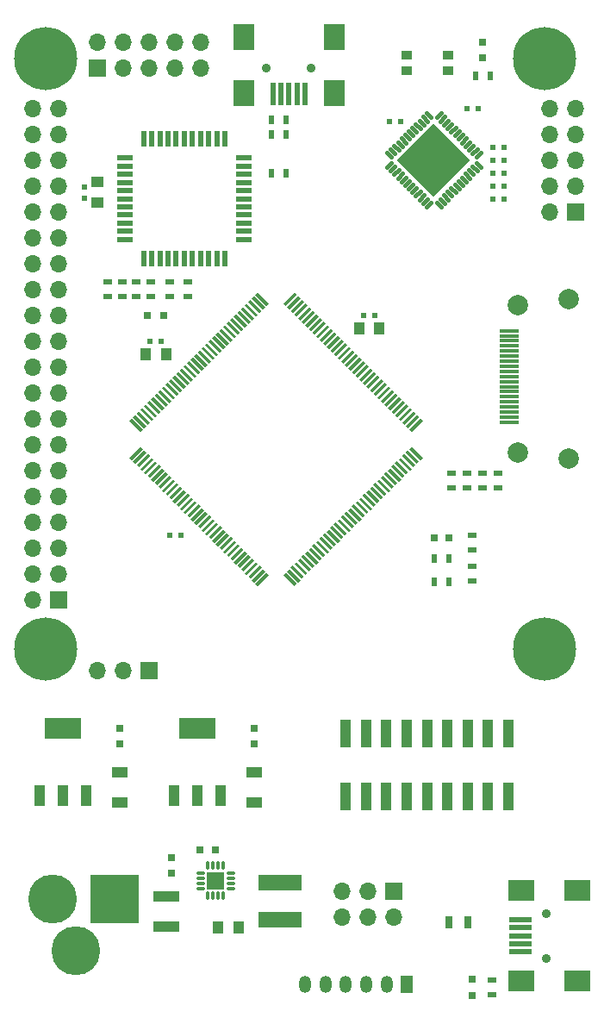
<source format=gts>
G04 #@! TF.FileFunction,Soldermask,Top*
%FSLAX46Y46*%
G04 Gerber Fmt 4.6, Leading zero omitted, Abs format (unit mm)*
G04 Created by KiCad (PCBNEW 4.0.0-rc1-stable) date 29/09/2017 04:45:12 p.m.*
%MOMM*%
G01*
G04 APERTURE LIST*
%ADD10C,0.100000*%
%ADD11R,1.700000X1.700000*%
%ADD12O,1.700000X1.700000*%
%ADD13C,6.200000*%
%ADD14C,0.422240*%
%ADD15R,0.600000X0.500000*%
%ADD16C,4.800600*%
%ADD17R,4.800600X4.800600*%
%ADD18R,1.200000X1.700000*%
%ADD19O,1.200000X1.700000*%
%ADD20R,2.301240X0.500380*%
%ADD21R,2.499360X1.998980*%
%ADD22C,0.899160*%
%ADD23R,3.657600X2.032000*%
%ADD24R,1.016000X2.032000*%
%ADD25R,2.500000X1.000000*%
%ADD26R,0.750000X0.800000*%
%ADD27R,4.200000X1.500000*%
%ADD28R,0.500000X0.900000*%
%ADD29R,0.900000X0.500000*%
%ADD30O,0.848360X0.279400*%
%ADD31O,0.850900X0.279400*%
%ADD32O,0.279400X0.850900*%
%ADD33R,1.701800X1.701800*%
%ADD34R,0.800000X0.750000*%
%ADD35R,0.800000X0.800000*%
%ADD36C,2.000000*%
%ADD37R,1.900000X0.300000*%
%ADD38R,1.000000X1.250000*%
%ADD39R,0.700000X1.300000*%
%ADD40R,1.600000X1.000000*%
%ADD41R,1.000000X2.750000*%
%ADD42R,1.000000X0.900000*%
%ADD43R,1.250000X1.000000*%
%ADD44R,0.500000X0.600000*%
%ADD45R,0.500380X2.301240*%
%ADD46R,1.998980X2.499360*%
%ADD47R,1.600000X0.560000*%
%ADD48R,0.560000X1.600000*%
G04 APERTURE END LIST*
D10*
D11*
X116929060Y-64095580D03*
D12*
X116929060Y-61555580D03*
X119469060Y-64095580D03*
X119469060Y-61555580D03*
X122009060Y-64095580D03*
X122009060Y-61555580D03*
X124549060Y-64095580D03*
X124549060Y-61555580D03*
X127089060Y-64095580D03*
X127089060Y-61555580D03*
D13*
X160838440Y-63189700D03*
D10*
G36*
X132422128Y-86349411D02*
X132634260Y-86137279D01*
X133730276Y-87233295D01*
X133518144Y-87445427D01*
X132422128Y-86349411D01*
X132422128Y-86349411D01*
G37*
G36*
X132068574Y-86702964D02*
X132280706Y-86490832D01*
X133376722Y-87586848D01*
X133164590Y-87798980D01*
X132068574Y-86702964D01*
X132068574Y-86702964D01*
G37*
G36*
X131715021Y-87056518D02*
X131927153Y-86844386D01*
X133023169Y-87940402D01*
X132811037Y-88152534D01*
X131715021Y-87056518D01*
X131715021Y-87056518D01*
G37*
G36*
X131361468Y-87410071D02*
X131573600Y-87197939D01*
X132669616Y-88293955D01*
X132457484Y-88506087D01*
X131361468Y-87410071D01*
X131361468Y-87410071D01*
G37*
G36*
X131007914Y-87763625D02*
X131220046Y-87551493D01*
X132316062Y-88647509D01*
X132103930Y-88859641D01*
X131007914Y-87763625D01*
X131007914Y-87763625D01*
G37*
G36*
X130654361Y-88117178D02*
X130866493Y-87905046D01*
X131962509Y-89001062D01*
X131750377Y-89213194D01*
X130654361Y-88117178D01*
X130654361Y-88117178D01*
G37*
G36*
X130300807Y-88470731D02*
X130512939Y-88258599D01*
X131608955Y-89354615D01*
X131396823Y-89566747D01*
X130300807Y-88470731D01*
X130300807Y-88470731D01*
G37*
G36*
X129947254Y-88824285D02*
X130159386Y-88612153D01*
X131255402Y-89708169D01*
X131043270Y-89920301D01*
X129947254Y-88824285D01*
X129947254Y-88824285D01*
G37*
G36*
X129593701Y-89177838D02*
X129805833Y-88965706D01*
X130901849Y-90061722D01*
X130689717Y-90273854D01*
X129593701Y-89177838D01*
X129593701Y-89177838D01*
G37*
G36*
X129240147Y-89531392D02*
X129452279Y-89319260D01*
X130548295Y-90415276D01*
X130336163Y-90627408D01*
X129240147Y-89531392D01*
X129240147Y-89531392D01*
G37*
G36*
X128886594Y-89884945D02*
X129098726Y-89672813D01*
X130194742Y-90768829D01*
X129982610Y-90980961D01*
X128886594Y-89884945D01*
X128886594Y-89884945D01*
G37*
G36*
X128533040Y-90238498D02*
X128745172Y-90026366D01*
X129841188Y-91122382D01*
X129629056Y-91334514D01*
X128533040Y-90238498D01*
X128533040Y-90238498D01*
G37*
G36*
X128179487Y-90592052D02*
X128391619Y-90379920D01*
X129487635Y-91475936D01*
X129275503Y-91688068D01*
X128179487Y-90592052D01*
X128179487Y-90592052D01*
G37*
G36*
X127825934Y-90945605D02*
X128038066Y-90733473D01*
X129134082Y-91829489D01*
X128921950Y-92041621D01*
X127825934Y-90945605D01*
X127825934Y-90945605D01*
G37*
G36*
X127472380Y-91299159D02*
X127684512Y-91087027D01*
X128780528Y-92183043D01*
X128568396Y-92395175D01*
X127472380Y-91299159D01*
X127472380Y-91299159D01*
G37*
G36*
X127118827Y-91652712D02*
X127330959Y-91440580D01*
X128426975Y-92536596D01*
X128214843Y-92748728D01*
X127118827Y-91652712D01*
X127118827Y-91652712D01*
G37*
G36*
X126765274Y-92006265D02*
X126977406Y-91794133D01*
X128073422Y-92890149D01*
X127861290Y-93102281D01*
X126765274Y-92006265D01*
X126765274Y-92006265D01*
G37*
G36*
X126411720Y-92359819D02*
X126623852Y-92147687D01*
X127719868Y-93243703D01*
X127507736Y-93455835D01*
X126411720Y-92359819D01*
X126411720Y-92359819D01*
G37*
G36*
X126058167Y-92713372D02*
X126270299Y-92501240D01*
X127366315Y-93597256D01*
X127154183Y-93809388D01*
X126058167Y-92713372D01*
X126058167Y-92713372D01*
G37*
G36*
X125704613Y-93066926D02*
X125916745Y-92854794D01*
X127012761Y-93950810D01*
X126800629Y-94162942D01*
X125704613Y-93066926D01*
X125704613Y-93066926D01*
G37*
G36*
X125351060Y-93420479D02*
X125563192Y-93208347D01*
X126659208Y-94304363D01*
X126447076Y-94516495D01*
X125351060Y-93420479D01*
X125351060Y-93420479D01*
G37*
G36*
X124997507Y-93774032D02*
X125209639Y-93561900D01*
X126305655Y-94657916D01*
X126093523Y-94870048D01*
X124997507Y-93774032D01*
X124997507Y-93774032D01*
G37*
G36*
X124643953Y-94127586D02*
X124856085Y-93915454D01*
X125952101Y-95011470D01*
X125739969Y-95223602D01*
X124643953Y-94127586D01*
X124643953Y-94127586D01*
G37*
G36*
X124290400Y-94481139D02*
X124502532Y-94269007D01*
X125598548Y-95365023D01*
X125386416Y-95577155D01*
X124290400Y-94481139D01*
X124290400Y-94481139D01*
G37*
G36*
X123936846Y-94834692D02*
X124148978Y-94622560D01*
X125244994Y-95718576D01*
X125032862Y-95930708D01*
X123936846Y-94834692D01*
X123936846Y-94834692D01*
G37*
G36*
X123583293Y-95188246D02*
X123795425Y-94976114D01*
X124891441Y-96072130D01*
X124679309Y-96284262D01*
X123583293Y-95188246D01*
X123583293Y-95188246D01*
G37*
G36*
X123229740Y-95541799D02*
X123441872Y-95329667D01*
X124537888Y-96425683D01*
X124325756Y-96637815D01*
X123229740Y-95541799D01*
X123229740Y-95541799D01*
G37*
G36*
X122876186Y-95895353D02*
X123088318Y-95683221D01*
X124184334Y-96779237D01*
X123972202Y-96991369D01*
X122876186Y-95895353D01*
X122876186Y-95895353D01*
G37*
G36*
X122522633Y-96248906D02*
X122734765Y-96036774D01*
X123830781Y-97132790D01*
X123618649Y-97344922D01*
X122522633Y-96248906D01*
X122522633Y-96248906D01*
G37*
G36*
X122169079Y-96602459D02*
X122381211Y-96390327D01*
X123477227Y-97486343D01*
X123265095Y-97698475D01*
X122169079Y-96602459D01*
X122169079Y-96602459D01*
G37*
G36*
X121815526Y-96956013D02*
X122027658Y-96743881D01*
X123123674Y-97839897D01*
X122911542Y-98052029D01*
X121815526Y-96956013D01*
X121815526Y-96956013D01*
G37*
G36*
X121461973Y-97309566D02*
X121674105Y-97097434D01*
X122770121Y-98193450D01*
X122557989Y-98405582D01*
X121461973Y-97309566D01*
X121461973Y-97309566D01*
G37*
G36*
X121108419Y-97663120D02*
X121320551Y-97450988D01*
X122416567Y-98547004D01*
X122204435Y-98759136D01*
X121108419Y-97663120D01*
X121108419Y-97663120D01*
G37*
G36*
X120754866Y-98016673D02*
X120966998Y-97804541D01*
X122063014Y-98900557D01*
X121850882Y-99112689D01*
X120754866Y-98016673D01*
X120754866Y-98016673D01*
G37*
G36*
X120401312Y-98370226D02*
X120613444Y-98158094D01*
X121709460Y-99254110D01*
X121497328Y-99466242D01*
X120401312Y-98370226D01*
X120401312Y-98370226D01*
G37*
G36*
X120047759Y-98723780D02*
X120259891Y-98511648D01*
X121355907Y-99607664D01*
X121143775Y-99819796D01*
X120047759Y-98723780D01*
X120047759Y-98723780D01*
G37*
G36*
X120259891Y-102577512D02*
X120047759Y-102365380D01*
X121143775Y-101269364D01*
X121355907Y-101481496D01*
X120259891Y-102577512D01*
X120259891Y-102577512D01*
G37*
G36*
X120613444Y-102931066D02*
X120401312Y-102718934D01*
X121497328Y-101622918D01*
X121709460Y-101835050D01*
X120613444Y-102931066D01*
X120613444Y-102931066D01*
G37*
G36*
X120966998Y-103284619D02*
X120754866Y-103072487D01*
X121850882Y-101976471D01*
X122063014Y-102188603D01*
X120966998Y-103284619D01*
X120966998Y-103284619D01*
G37*
G36*
X121320551Y-103638172D02*
X121108419Y-103426040D01*
X122204435Y-102330024D01*
X122416567Y-102542156D01*
X121320551Y-103638172D01*
X121320551Y-103638172D01*
G37*
G36*
X121674105Y-103991726D02*
X121461973Y-103779594D01*
X122557989Y-102683578D01*
X122770121Y-102895710D01*
X121674105Y-103991726D01*
X121674105Y-103991726D01*
G37*
G36*
X122027658Y-104345279D02*
X121815526Y-104133147D01*
X122911542Y-103037131D01*
X123123674Y-103249263D01*
X122027658Y-104345279D01*
X122027658Y-104345279D01*
G37*
G36*
X122381211Y-104698833D02*
X122169079Y-104486701D01*
X123265095Y-103390685D01*
X123477227Y-103602817D01*
X122381211Y-104698833D01*
X122381211Y-104698833D01*
G37*
G36*
X122734765Y-105052386D02*
X122522633Y-104840254D01*
X123618649Y-103744238D01*
X123830781Y-103956370D01*
X122734765Y-105052386D01*
X122734765Y-105052386D01*
G37*
G36*
X123088318Y-105405939D02*
X122876186Y-105193807D01*
X123972202Y-104097791D01*
X124184334Y-104309923D01*
X123088318Y-105405939D01*
X123088318Y-105405939D01*
G37*
G36*
X123441872Y-105759493D02*
X123229740Y-105547361D01*
X124325756Y-104451345D01*
X124537888Y-104663477D01*
X123441872Y-105759493D01*
X123441872Y-105759493D01*
G37*
G36*
X123795425Y-106113046D02*
X123583293Y-105900914D01*
X124679309Y-104804898D01*
X124891441Y-105017030D01*
X123795425Y-106113046D01*
X123795425Y-106113046D01*
G37*
G36*
X124148978Y-106466600D02*
X123936846Y-106254468D01*
X125032862Y-105158452D01*
X125244994Y-105370584D01*
X124148978Y-106466600D01*
X124148978Y-106466600D01*
G37*
G36*
X124502532Y-106820153D02*
X124290400Y-106608021D01*
X125386416Y-105512005D01*
X125598548Y-105724137D01*
X124502532Y-106820153D01*
X124502532Y-106820153D01*
G37*
G36*
X124856085Y-107173706D02*
X124643953Y-106961574D01*
X125739969Y-105865558D01*
X125952101Y-106077690D01*
X124856085Y-107173706D01*
X124856085Y-107173706D01*
G37*
G36*
X125209639Y-107527260D02*
X124997507Y-107315128D01*
X126093523Y-106219112D01*
X126305655Y-106431244D01*
X125209639Y-107527260D01*
X125209639Y-107527260D01*
G37*
G36*
X125563192Y-107880813D02*
X125351060Y-107668681D01*
X126447076Y-106572665D01*
X126659208Y-106784797D01*
X125563192Y-107880813D01*
X125563192Y-107880813D01*
G37*
G36*
X125916745Y-108234366D02*
X125704613Y-108022234D01*
X126800629Y-106926218D01*
X127012761Y-107138350D01*
X125916745Y-108234366D01*
X125916745Y-108234366D01*
G37*
G36*
X126270299Y-108587920D02*
X126058167Y-108375788D01*
X127154183Y-107279772D01*
X127366315Y-107491904D01*
X126270299Y-108587920D01*
X126270299Y-108587920D01*
G37*
G36*
X126623852Y-108941473D02*
X126411720Y-108729341D01*
X127507736Y-107633325D01*
X127719868Y-107845457D01*
X126623852Y-108941473D01*
X126623852Y-108941473D01*
G37*
G36*
X126977406Y-109295027D02*
X126765274Y-109082895D01*
X127861290Y-107986879D01*
X128073422Y-108199011D01*
X126977406Y-109295027D01*
X126977406Y-109295027D01*
G37*
G36*
X127330959Y-109648580D02*
X127118827Y-109436448D01*
X128214843Y-108340432D01*
X128426975Y-108552564D01*
X127330959Y-109648580D01*
X127330959Y-109648580D01*
G37*
G36*
X127684512Y-110002133D02*
X127472380Y-109790001D01*
X128568396Y-108693985D01*
X128780528Y-108906117D01*
X127684512Y-110002133D01*
X127684512Y-110002133D01*
G37*
G36*
X128038066Y-110355687D02*
X127825934Y-110143555D01*
X128921950Y-109047539D01*
X129134082Y-109259671D01*
X128038066Y-110355687D01*
X128038066Y-110355687D01*
G37*
G36*
X128391619Y-110709240D02*
X128179487Y-110497108D01*
X129275503Y-109401092D01*
X129487635Y-109613224D01*
X128391619Y-110709240D01*
X128391619Y-110709240D01*
G37*
G36*
X128745172Y-111062794D02*
X128533040Y-110850662D01*
X129629056Y-109754646D01*
X129841188Y-109966778D01*
X128745172Y-111062794D01*
X128745172Y-111062794D01*
G37*
G36*
X129098726Y-111416347D02*
X128886594Y-111204215D01*
X129982610Y-110108199D01*
X130194742Y-110320331D01*
X129098726Y-111416347D01*
X129098726Y-111416347D01*
G37*
G36*
X129452279Y-111769900D02*
X129240147Y-111557768D01*
X130336163Y-110461752D01*
X130548295Y-110673884D01*
X129452279Y-111769900D01*
X129452279Y-111769900D01*
G37*
G36*
X129805833Y-112123454D02*
X129593701Y-111911322D01*
X130689717Y-110815306D01*
X130901849Y-111027438D01*
X129805833Y-112123454D01*
X129805833Y-112123454D01*
G37*
G36*
X130159386Y-112477007D02*
X129947254Y-112264875D01*
X131043270Y-111168859D01*
X131255402Y-111380991D01*
X130159386Y-112477007D01*
X130159386Y-112477007D01*
G37*
G36*
X130512939Y-112830561D02*
X130300807Y-112618429D01*
X131396823Y-111522413D01*
X131608955Y-111734545D01*
X130512939Y-112830561D01*
X130512939Y-112830561D01*
G37*
G36*
X130866493Y-113184114D02*
X130654361Y-112971982D01*
X131750377Y-111875966D01*
X131962509Y-112088098D01*
X130866493Y-113184114D01*
X130866493Y-113184114D01*
G37*
G36*
X131220046Y-113537667D02*
X131007914Y-113325535D01*
X132103930Y-112229519D01*
X132316062Y-112441651D01*
X131220046Y-113537667D01*
X131220046Y-113537667D01*
G37*
G36*
X131573600Y-113891221D02*
X131361468Y-113679089D01*
X132457484Y-112583073D01*
X132669616Y-112795205D01*
X131573600Y-113891221D01*
X131573600Y-113891221D01*
G37*
G36*
X131927153Y-114244774D02*
X131715021Y-114032642D01*
X132811037Y-112936626D01*
X133023169Y-113148758D01*
X131927153Y-114244774D01*
X131927153Y-114244774D01*
G37*
G36*
X132280706Y-114598328D02*
X132068574Y-114386196D01*
X133164590Y-113290180D01*
X133376722Y-113502312D01*
X132280706Y-114598328D01*
X132280706Y-114598328D01*
G37*
G36*
X132634260Y-114951881D02*
X132422128Y-114739749D01*
X133518144Y-113643733D01*
X133730276Y-113855865D01*
X132634260Y-114951881D01*
X132634260Y-114951881D01*
G37*
G36*
X135179844Y-113855865D02*
X135391976Y-113643733D01*
X136487992Y-114739749D01*
X136275860Y-114951881D01*
X135179844Y-113855865D01*
X135179844Y-113855865D01*
G37*
G36*
X135533398Y-113502312D02*
X135745530Y-113290180D01*
X136841546Y-114386196D01*
X136629414Y-114598328D01*
X135533398Y-113502312D01*
X135533398Y-113502312D01*
G37*
G36*
X135886951Y-113148758D02*
X136099083Y-112936626D01*
X137195099Y-114032642D01*
X136982967Y-114244774D01*
X135886951Y-113148758D01*
X135886951Y-113148758D01*
G37*
G36*
X136240504Y-112795205D02*
X136452636Y-112583073D01*
X137548652Y-113679089D01*
X137336520Y-113891221D01*
X136240504Y-112795205D01*
X136240504Y-112795205D01*
G37*
G36*
X136594058Y-112441651D02*
X136806190Y-112229519D01*
X137902206Y-113325535D01*
X137690074Y-113537667D01*
X136594058Y-112441651D01*
X136594058Y-112441651D01*
G37*
G36*
X136947611Y-112088098D02*
X137159743Y-111875966D01*
X138255759Y-112971982D01*
X138043627Y-113184114D01*
X136947611Y-112088098D01*
X136947611Y-112088098D01*
G37*
G36*
X137301165Y-111734545D02*
X137513297Y-111522413D01*
X138609313Y-112618429D01*
X138397181Y-112830561D01*
X137301165Y-111734545D01*
X137301165Y-111734545D01*
G37*
G36*
X137654718Y-111380991D02*
X137866850Y-111168859D01*
X138962866Y-112264875D01*
X138750734Y-112477007D01*
X137654718Y-111380991D01*
X137654718Y-111380991D01*
G37*
G36*
X138008271Y-111027438D02*
X138220403Y-110815306D01*
X139316419Y-111911322D01*
X139104287Y-112123454D01*
X138008271Y-111027438D01*
X138008271Y-111027438D01*
G37*
G36*
X138361825Y-110673884D02*
X138573957Y-110461752D01*
X139669973Y-111557768D01*
X139457841Y-111769900D01*
X138361825Y-110673884D01*
X138361825Y-110673884D01*
G37*
G36*
X138715378Y-110320331D02*
X138927510Y-110108199D01*
X140023526Y-111204215D01*
X139811394Y-111416347D01*
X138715378Y-110320331D01*
X138715378Y-110320331D01*
G37*
G36*
X139068932Y-109966778D02*
X139281064Y-109754646D01*
X140377080Y-110850662D01*
X140164948Y-111062794D01*
X139068932Y-109966778D01*
X139068932Y-109966778D01*
G37*
G36*
X139422485Y-109613224D02*
X139634617Y-109401092D01*
X140730633Y-110497108D01*
X140518501Y-110709240D01*
X139422485Y-109613224D01*
X139422485Y-109613224D01*
G37*
G36*
X139776038Y-109259671D02*
X139988170Y-109047539D01*
X141084186Y-110143555D01*
X140872054Y-110355687D01*
X139776038Y-109259671D01*
X139776038Y-109259671D01*
G37*
G36*
X140129592Y-108906117D02*
X140341724Y-108693985D01*
X141437740Y-109790001D01*
X141225608Y-110002133D01*
X140129592Y-108906117D01*
X140129592Y-108906117D01*
G37*
G36*
X140483145Y-108552564D02*
X140695277Y-108340432D01*
X141791293Y-109436448D01*
X141579161Y-109648580D01*
X140483145Y-108552564D01*
X140483145Y-108552564D01*
G37*
G36*
X140836698Y-108199011D02*
X141048830Y-107986879D01*
X142144846Y-109082895D01*
X141932714Y-109295027D01*
X140836698Y-108199011D01*
X140836698Y-108199011D01*
G37*
G36*
X141190252Y-107845457D02*
X141402384Y-107633325D01*
X142498400Y-108729341D01*
X142286268Y-108941473D01*
X141190252Y-107845457D01*
X141190252Y-107845457D01*
G37*
G36*
X141543805Y-107491904D02*
X141755937Y-107279772D01*
X142851953Y-108375788D01*
X142639821Y-108587920D01*
X141543805Y-107491904D01*
X141543805Y-107491904D01*
G37*
G36*
X141897359Y-107138350D02*
X142109491Y-106926218D01*
X143205507Y-108022234D01*
X142993375Y-108234366D01*
X141897359Y-107138350D01*
X141897359Y-107138350D01*
G37*
G36*
X142250912Y-106784797D02*
X142463044Y-106572665D01*
X143559060Y-107668681D01*
X143346928Y-107880813D01*
X142250912Y-106784797D01*
X142250912Y-106784797D01*
G37*
G36*
X142604465Y-106431244D02*
X142816597Y-106219112D01*
X143912613Y-107315128D01*
X143700481Y-107527260D01*
X142604465Y-106431244D01*
X142604465Y-106431244D01*
G37*
G36*
X142958019Y-106077690D02*
X143170151Y-105865558D01*
X144266167Y-106961574D01*
X144054035Y-107173706D01*
X142958019Y-106077690D01*
X142958019Y-106077690D01*
G37*
G36*
X143311572Y-105724137D02*
X143523704Y-105512005D01*
X144619720Y-106608021D01*
X144407588Y-106820153D01*
X143311572Y-105724137D01*
X143311572Y-105724137D01*
G37*
G36*
X143665126Y-105370584D02*
X143877258Y-105158452D01*
X144973274Y-106254468D01*
X144761142Y-106466600D01*
X143665126Y-105370584D01*
X143665126Y-105370584D01*
G37*
G36*
X144018679Y-105017030D02*
X144230811Y-104804898D01*
X145326827Y-105900914D01*
X145114695Y-106113046D01*
X144018679Y-105017030D01*
X144018679Y-105017030D01*
G37*
G36*
X144372232Y-104663477D02*
X144584364Y-104451345D01*
X145680380Y-105547361D01*
X145468248Y-105759493D01*
X144372232Y-104663477D01*
X144372232Y-104663477D01*
G37*
G36*
X144725786Y-104309923D02*
X144937918Y-104097791D01*
X146033934Y-105193807D01*
X145821802Y-105405939D01*
X144725786Y-104309923D01*
X144725786Y-104309923D01*
G37*
G36*
X145079339Y-103956370D02*
X145291471Y-103744238D01*
X146387487Y-104840254D01*
X146175355Y-105052386D01*
X145079339Y-103956370D01*
X145079339Y-103956370D01*
G37*
G36*
X145432893Y-103602817D02*
X145645025Y-103390685D01*
X146741041Y-104486701D01*
X146528909Y-104698833D01*
X145432893Y-103602817D01*
X145432893Y-103602817D01*
G37*
G36*
X145786446Y-103249263D02*
X145998578Y-103037131D01*
X147094594Y-104133147D01*
X146882462Y-104345279D01*
X145786446Y-103249263D01*
X145786446Y-103249263D01*
G37*
G36*
X146139999Y-102895710D02*
X146352131Y-102683578D01*
X147448147Y-103779594D01*
X147236015Y-103991726D01*
X146139999Y-102895710D01*
X146139999Y-102895710D01*
G37*
G36*
X146493553Y-102542156D02*
X146705685Y-102330024D01*
X147801701Y-103426040D01*
X147589569Y-103638172D01*
X146493553Y-102542156D01*
X146493553Y-102542156D01*
G37*
G36*
X146847106Y-102188603D02*
X147059238Y-101976471D01*
X148155254Y-103072487D01*
X147943122Y-103284619D01*
X146847106Y-102188603D01*
X146847106Y-102188603D01*
G37*
G36*
X147200660Y-101835050D02*
X147412792Y-101622918D01*
X148508808Y-102718934D01*
X148296676Y-102931066D01*
X147200660Y-101835050D01*
X147200660Y-101835050D01*
G37*
G36*
X147554213Y-101481496D02*
X147766345Y-101269364D01*
X148862361Y-102365380D01*
X148650229Y-102577512D01*
X147554213Y-101481496D01*
X147554213Y-101481496D01*
G37*
G36*
X147766345Y-99819796D02*
X147554213Y-99607664D01*
X148650229Y-98511648D01*
X148862361Y-98723780D01*
X147766345Y-99819796D01*
X147766345Y-99819796D01*
G37*
G36*
X147412792Y-99466242D02*
X147200660Y-99254110D01*
X148296676Y-98158094D01*
X148508808Y-98370226D01*
X147412792Y-99466242D01*
X147412792Y-99466242D01*
G37*
G36*
X147059238Y-99112689D02*
X146847106Y-98900557D01*
X147943122Y-97804541D01*
X148155254Y-98016673D01*
X147059238Y-99112689D01*
X147059238Y-99112689D01*
G37*
G36*
X146705685Y-98759136D02*
X146493553Y-98547004D01*
X147589569Y-97450988D01*
X147801701Y-97663120D01*
X146705685Y-98759136D01*
X146705685Y-98759136D01*
G37*
G36*
X146352131Y-98405582D02*
X146139999Y-98193450D01*
X147236015Y-97097434D01*
X147448147Y-97309566D01*
X146352131Y-98405582D01*
X146352131Y-98405582D01*
G37*
G36*
X145998578Y-98052029D02*
X145786446Y-97839897D01*
X146882462Y-96743881D01*
X147094594Y-96956013D01*
X145998578Y-98052029D01*
X145998578Y-98052029D01*
G37*
G36*
X145645025Y-97698475D02*
X145432893Y-97486343D01*
X146528909Y-96390327D01*
X146741041Y-96602459D01*
X145645025Y-97698475D01*
X145645025Y-97698475D01*
G37*
G36*
X145291471Y-97344922D02*
X145079339Y-97132790D01*
X146175355Y-96036774D01*
X146387487Y-96248906D01*
X145291471Y-97344922D01*
X145291471Y-97344922D01*
G37*
G36*
X144937918Y-96991369D02*
X144725786Y-96779237D01*
X145821802Y-95683221D01*
X146033934Y-95895353D01*
X144937918Y-96991369D01*
X144937918Y-96991369D01*
G37*
G36*
X144584364Y-96637815D02*
X144372232Y-96425683D01*
X145468248Y-95329667D01*
X145680380Y-95541799D01*
X144584364Y-96637815D01*
X144584364Y-96637815D01*
G37*
G36*
X144230811Y-96284262D02*
X144018679Y-96072130D01*
X145114695Y-94976114D01*
X145326827Y-95188246D01*
X144230811Y-96284262D01*
X144230811Y-96284262D01*
G37*
G36*
X143877258Y-95930708D02*
X143665126Y-95718576D01*
X144761142Y-94622560D01*
X144973274Y-94834692D01*
X143877258Y-95930708D01*
X143877258Y-95930708D01*
G37*
G36*
X143523704Y-95577155D02*
X143311572Y-95365023D01*
X144407588Y-94269007D01*
X144619720Y-94481139D01*
X143523704Y-95577155D01*
X143523704Y-95577155D01*
G37*
G36*
X143170151Y-95223602D02*
X142958019Y-95011470D01*
X144054035Y-93915454D01*
X144266167Y-94127586D01*
X143170151Y-95223602D01*
X143170151Y-95223602D01*
G37*
G36*
X142816597Y-94870048D02*
X142604465Y-94657916D01*
X143700481Y-93561900D01*
X143912613Y-93774032D01*
X142816597Y-94870048D01*
X142816597Y-94870048D01*
G37*
G36*
X142463044Y-94516495D02*
X142250912Y-94304363D01*
X143346928Y-93208347D01*
X143559060Y-93420479D01*
X142463044Y-94516495D01*
X142463044Y-94516495D01*
G37*
G36*
X142109491Y-94162942D02*
X141897359Y-93950810D01*
X142993375Y-92854794D01*
X143205507Y-93066926D01*
X142109491Y-94162942D01*
X142109491Y-94162942D01*
G37*
G36*
X141755937Y-93809388D02*
X141543805Y-93597256D01*
X142639821Y-92501240D01*
X142851953Y-92713372D01*
X141755937Y-93809388D01*
X141755937Y-93809388D01*
G37*
G36*
X141402384Y-93455835D02*
X141190252Y-93243703D01*
X142286268Y-92147687D01*
X142498400Y-92359819D01*
X141402384Y-93455835D01*
X141402384Y-93455835D01*
G37*
G36*
X141048830Y-93102281D02*
X140836698Y-92890149D01*
X141932714Y-91794133D01*
X142144846Y-92006265D01*
X141048830Y-93102281D01*
X141048830Y-93102281D01*
G37*
G36*
X140695277Y-92748728D02*
X140483145Y-92536596D01*
X141579161Y-91440580D01*
X141791293Y-91652712D01*
X140695277Y-92748728D01*
X140695277Y-92748728D01*
G37*
G36*
X140341724Y-92395175D02*
X140129592Y-92183043D01*
X141225608Y-91087027D01*
X141437740Y-91299159D01*
X140341724Y-92395175D01*
X140341724Y-92395175D01*
G37*
G36*
X139988170Y-92041621D02*
X139776038Y-91829489D01*
X140872054Y-90733473D01*
X141084186Y-90945605D01*
X139988170Y-92041621D01*
X139988170Y-92041621D01*
G37*
G36*
X139634617Y-91688068D02*
X139422485Y-91475936D01*
X140518501Y-90379920D01*
X140730633Y-90592052D01*
X139634617Y-91688068D01*
X139634617Y-91688068D01*
G37*
G36*
X139281064Y-91334514D02*
X139068932Y-91122382D01*
X140164948Y-90026366D01*
X140377080Y-90238498D01*
X139281064Y-91334514D01*
X139281064Y-91334514D01*
G37*
G36*
X138927510Y-90980961D02*
X138715378Y-90768829D01*
X139811394Y-89672813D01*
X140023526Y-89884945D01*
X138927510Y-90980961D01*
X138927510Y-90980961D01*
G37*
G36*
X138573957Y-90627408D02*
X138361825Y-90415276D01*
X139457841Y-89319260D01*
X139669973Y-89531392D01*
X138573957Y-90627408D01*
X138573957Y-90627408D01*
G37*
G36*
X138220403Y-90273854D02*
X138008271Y-90061722D01*
X139104287Y-88965706D01*
X139316419Y-89177838D01*
X138220403Y-90273854D01*
X138220403Y-90273854D01*
G37*
G36*
X137866850Y-89920301D02*
X137654718Y-89708169D01*
X138750734Y-88612153D01*
X138962866Y-88824285D01*
X137866850Y-89920301D01*
X137866850Y-89920301D01*
G37*
G36*
X137513297Y-89566747D02*
X137301165Y-89354615D01*
X138397181Y-88258599D01*
X138609313Y-88470731D01*
X137513297Y-89566747D01*
X137513297Y-89566747D01*
G37*
G36*
X137159743Y-89213194D02*
X136947611Y-89001062D01*
X138043627Y-87905046D01*
X138255759Y-88117178D01*
X137159743Y-89213194D01*
X137159743Y-89213194D01*
G37*
G36*
X136806190Y-88859641D02*
X136594058Y-88647509D01*
X137690074Y-87551493D01*
X137902206Y-87763625D01*
X136806190Y-88859641D01*
X136806190Y-88859641D01*
G37*
G36*
X136452636Y-88506087D02*
X136240504Y-88293955D01*
X137336520Y-87197939D01*
X137548652Y-87410071D01*
X136452636Y-88506087D01*
X136452636Y-88506087D01*
G37*
G36*
X136099083Y-88152534D02*
X135886951Y-87940402D01*
X136982967Y-86844386D01*
X137195099Y-87056518D01*
X136099083Y-88152534D01*
X136099083Y-88152534D01*
G37*
G36*
X135745530Y-87798980D02*
X135533398Y-87586848D01*
X136629414Y-86490832D01*
X136841546Y-86702964D01*
X135745530Y-87798980D01*
X135745530Y-87798980D01*
G37*
G36*
X135391976Y-87445427D02*
X135179844Y-87233295D01*
X136275860Y-86137279D01*
X136487992Y-86349411D01*
X135391976Y-87445427D01*
X135391976Y-87445427D01*
G37*
D14*
X154552325Y-72398402D02*
X154113919Y-72836808D01*
X154198772Y-72044849D02*
X153760366Y-72483255D01*
X153845218Y-71691295D02*
X153406812Y-72129701D01*
X153491665Y-71337742D02*
X153053259Y-71776148D01*
X153138111Y-70984189D02*
X152699705Y-71422595D01*
X152784558Y-70630635D02*
X152346152Y-71069041D01*
X152431005Y-70277082D02*
X151992599Y-70715488D01*
X152077451Y-69923529D02*
X151639045Y-70361935D01*
X151723898Y-69569975D02*
X151285492Y-70008381D01*
X151370345Y-69216422D02*
X150931939Y-69654828D01*
X151016791Y-68862868D02*
X150578385Y-69301274D01*
X150663238Y-68509315D02*
X150224832Y-68947721D01*
X149234882Y-68509315D02*
X149673288Y-68947721D01*
X148881329Y-68862868D02*
X149319735Y-69301274D01*
X148527775Y-69216422D02*
X148966181Y-69654828D01*
X148174222Y-69569975D02*
X148612628Y-70008381D01*
X147820669Y-69923529D02*
X148259075Y-70361935D01*
X147467115Y-70277082D02*
X147905521Y-70715488D01*
X147113562Y-70630635D02*
X147551968Y-71069041D01*
X146760009Y-70984189D02*
X147198415Y-71422595D01*
X146406455Y-71337742D02*
X146844861Y-71776148D01*
X146052902Y-71691295D02*
X146491308Y-72129701D01*
X145699348Y-72044849D02*
X146137754Y-72483255D01*
X145345795Y-72398402D02*
X145784201Y-72836808D01*
X145784201Y-73388352D02*
X145345795Y-73826758D01*
X146137754Y-73741905D02*
X145699348Y-74180311D01*
X146491308Y-74095459D02*
X146052902Y-74533865D01*
X146844861Y-74449012D02*
X146406455Y-74887418D01*
X147198415Y-74802565D02*
X146760009Y-75240971D01*
X147551968Y-75156119D02*
X147113562Y-75594525D01*
X147905521Y-75509672D02*
X147467115Y-75948078D01*
X148259075Y-75863225D02*
X147820669Y-76301631D01*
X148612628Y-76216779D02*
X148174222Y-76655185D01*
X148966181Y-76570332D02*
X148527775Y-77008738D01*
X149319735Y-76923886D02*
X148881329Y-77362292D01*
X149673288Y-77277439D02*
X149234882Y-77715845D01*
X150224832Y-77277439D02*
X150663238Y-77715845D01*
X150578385Y-76923886D02*
X151016791Y-77362292D01*
X150931939Y-76570332D02*
X151370345Y-77008738D01*
X151285492Y-76216779D02*
X151723898Y-76655185D01*
X151639045Y-75863225D02*
X152077451Y-76301631D01*
X151992599Y-75509672D02*
X152431005Y-75948078D01*
X152346152Y-75156119D02*
X152784558Y-75594525D01*
X152699705Y-74802565D02*
X153138111Y-75240971D01*
X153053259Y-74449012D02*
X153491665Y-74887418D01*
X153406812Y-74095459D02*
X153845218Y-74533865D01*
X153760366Y-73741905D02*
X154198772Y-74180311D01*
X154113919Y-73388352D02*
X154552325Y-73826758D01*
D10*
G36*
X149949060Y-69508598D02*
X153553042Y-73112580D01*
X149949060Y-76716562D01*
X146345078Y-73112580D01*
X149949060Y-69508598D01*
X149949060Y-69508598D01*
G37*
D15*
X144149060Y-88352580D03*
X143049060Y-88352580D03*
D13*
X160838440Y-121189700D03*
X111838900Y-121189700D03*
D11*
X113119060Y-116292580D03*
D12*
X110579060Y-116292580D03*
X113119060Y-113752580D03*
X110579060Y-113752580D03*
X113119060Y-111212580D03*
X110579060Y-111212580D03*
X113119060Y-108672580D03*
X110579060Y-108672580D03*
X113119060Y-106132580D03*
X110579060Y-106132580D03*
X113119060Y-103592580D03*
X110579060Y-103592580D03*
X113119060Y-101052580D03*
X110579060Y-101052580D03*
X113119060Y-98512580D03*
X110579060Y-98512580D03*
X113119060Y-95972580D03*
X110579060Y-95972580D03*
X113119060Y-93432580D03*
X110579060Y-93432580D03*
X113119060Y-90892580D03*
X110579060Y-90892580D03*
X113119060Y-88352580D03*
X110579060Y-88352580D03*
X113119060Y-85812580D03*
X110579060Y-85812580D03*
X113119060Y-83272580D03*
X110579060Y-83272580D03*
X113119060Y-80732580D03*
X110579060Y-80732580D03*
X113119060Y-78192580D03*
X110579060Y-78192580D03*
X113119060Y-75652580D03*
X110579060Y-75652580D03*
X113119060Y-73112580D03*
X110579060Y-73112580D03*
X113119060Y-70572580D03*
X110579060Y-70572580D03*
X113119060Y-68032580D03*
X110579060Y-68032580D03*
D16*
X112512000Y-145688000D03*
D17*
X118608000Y-145688000D03*
D16*
X114798000Y-150768000D03*
D13*
X111838440Y-63189700D03*
D18*
X147310000Y-154070000D03*
D19*
X145310000Y-154070000D03*
X143310000Y-154070000D03*
X141310000Y-154070000D03*
X139310000Y-154070000D03*
X137310000Y-154070000D03*
D11*
X163919060Y-78192000D03*
D12*
X161379060Y-78192000D03*
X163919060Y-75652000D03*
X161379060Y-75652000D03*
X163919060Y-73112000D03*
X161379060Y-73112000D03*
X163919060Y-70572000D03*
X161379060Y-70572000D03*
X163919060Y-68032000D03*
X161379060Y-68032000D03*
D20*
X158435680Y-150912200D03*
X158435680Y-150112100D03*
X158435680Y-149312000D03*
X158435680Y-148511900D03*
X158435680Y-147711800D03*
D21*
X158534740Y-153762080D03*
X164033840Y-153762080D03*
X158534740Y-144861920D03*
X164033840Y-144861920D03*
D22*
X161034100Y-151511640D03*
X161034100Y-147112360D03*
D23*
X126736000Y-128924000D03*
D24*
X126736000Y-135528000D03*
X129022000Y-135528000D03*
X124450000Y-135528000D03*
D23*
X113528000Y-128924000D03*
D24*
X113528000Y-135528000D03*
X115814000Y-135528000D03*
X111242000Y-135528000D03*
D25*
X123688000Y-145458000D03*
X123688000Y-148458000D03*
D26*
X124196000Y-143136000D03*
X124196000Y-141636000D03*
D27*
X134864000Y-147742000D03*
X134864000Y-144142000D03*
D28*
X151461060Y-112228580D03*
X149961060Y-112228580D03*
X151461060Y-114514580D03*
X149961060Y-114514580D03*
D29*
X153759060Y-109954580D03*
X153759060Y-111454580D03*
X153759060Y-114502580D03*
X153759060Y-113002580D03*
D30*
X129994820Y-144659300D03*
D31*
X129994820Y-144164000D03*
X129994820Y-143656000D03*
X129994820Y-143160700D03*
D32*
X129263300Y-142429180D03*
X128768000Y-142429180D03*
X128260000Y-142424100D03*
X127764700Y-142429180D03*
D31*
X127033180Y-143160700D03*
X127033180Y-143656000D03*
X127033180Y-144164000D03*
X127033180Y-144659300D03*
D32*
X127764700Y-145390820D03*
X128260000Y-145390820D03*
X128768000Y-145390820D03*
X129263300Y-145390820D03*
D33*
X128514000Y-143910000D03*
D15*
X155791060Y-75652580D03*
X156891060Y-75652580D03*
X155749060Y-74382580D03*
X156849060Y-74382580D03*
X155749060Y-73112580D03*
X156849060Y-73112580D03*
D34*
X151461060Y-110196580D03*
X149961060Y-110196580D03*
D35*
X154773000Y-63117000D03*
X154773000Y-61517000D03*
X153757000Y-155192000D03*
X153757000Y-153592000D03*
D29*
X156299060Y-105358580D03*
X156299060Y-103858580D03*
X154775060Y-105358580D03*
X154775060Y-103858580D03*
X151727060Y-105358580D03*
X151727060Y-103858580D03*
X153251060Y-105358580D03*
X153251060Y-103858580D03*
D28*
X154023000Y-64857000D03*
X155523000Y-64857000D03*
D36*
X163182000Y-102484000D03*
X163182000Y-86784000D03*
X158232000Y-101884000D03*
X158232000Y-87384000D03*
D37*
X157332000Y-89884000D03*
X157332000Y-90384000D03*
X157332000Y-90884000D03*
X157332000Y-91384000D03*
X157332000Y-91884000D03*
X157332000Y-92384000D03*
X157332000Y-92884000D03*
X157332000Y-93384000D03*
X157332000Y-93884000D03*
X157332000Y-94384000D03*
X157332000Y-94884000D03*
X157332000Y-95384000D03*
X157332000Y-95884000D03*
X157332000Y-96384000D03*
X157332000Y-96884000D03*
X157332000Y-97384000D03*
X157332000Y-97884000D03*
X157332000Y-98384000D03*
X157332000Y-98884000D03*
D29*
X155662000Y-153642000D03*
X155662000Y-155142000D03*
D38*
X130784000Y-148482000D03*
X128784000Y-148482000D03*
D39*
X151440000Y-147974000D03*
X153340000Y-147974000D03*
D34*
X127002000Y-140862000D03*
X128502000Y-140862000D03*
D40*
X132324000Y-136266000D03*
X132324000Y-133266000D03*
D26*
X132324000Y-128936000D03*
X132324000Y-130436000D03*
D40*
X119116000Y-136266000D03*
X119116000Y-133266000D03*
D26*
X119116000Y-128936000D03*
X119116000Y-130436000D03*
D11*
X146040000Y-144926000D03*
D12*
X146040000Y-147466000D03*
X143500000Y-144926000D03*
X143500000Y-147466000D03*
X140960000Y-144926000D03*
X140960000Y-147466000D03*
D41*
X141283060Y-135673580D03*
X141283060Y-129423580D03*
X143283060Y-135673580D03*
X143283060Y-129423580D03*
X145283060Y-135673580D03*
X145283060Y-129423580D03*
X147283060Y-135673580D03*
X147283060Y-129423580D03*
X149283060Y-135673580D03*
X149283060Y-129423580D03*
X151283060Y-135673580D03*
X151283060Y-129423580D03*
X153283060Y-135673580D03*
X153283060Y-129423580D03*
X155283060Y-135673580D03*
X155283060Y-129423580D03*
X157283060Y-135673580D03*
X157283060Y-129423580D03*
D35*
X121842000Y-88352000D03*
X123442000Y-88352000D03*
D38*
X121642000Y-92162000D03*
X123642000Y-92162000D03*
X144599060Y-89622580D03*
X142599060Y-89622580D03*
D15*
X122092000Y-90892000D03*
X123192000Y-90892000D03*
X123999060Y-109942580D03*
X125099060Y-109942580D03*
D42*
X147262000Y-62787580D03*
X147262000Y-64387580D03*
X151362000Y-62787580D03*
X151362000Y-64387580D03*
D43*
X116927000Y-77287000D03*
X116927000Y-75287000D03*
D44*
X115657000Y-76837000D03*
X115657000Y-75737000D03*
D45*
X137325260Y-66655900D03*
X136525160Y-66655900D03*
X135725060Y-66655900D03*
X134924960Y-66655900D03*
X134124860Y-66655900D03*
D46*
X140175140Y-66556840D03*
X140175140Y-61057740D03*
X131274980Y-66556840D03*
X131274980Y-61057740D03*
D22*
X137924700Y-64057480D03*
X133525420Y-64057480D03*
D28*
X135459060Y-69175580D03*
X133959060Y-69175580D03*
X135459060Y-70572580D03*
X133959060Y-70572580D03*
D29*
X124039000Y-86562580D03*
X124039000Y-85062580D03*
X120737000Y-85062000D03*
X120737000Y-86562000D03*
X119340000Y-86562580D03*
X119340000Y-85062580D03*
X117945060Y-86562580D03*
X117945060Y-85062580D03*
D28*
X135459060Y-74382580D03*
X133959060Y-74382580D03*
D29*
X125819060Y-86562580D03*
X125819060Y-85062580D03*
X122134000Y-86562580D03*
X122134000Y-85062580D03*
D47*
X119588060Y-72922580D03*
X119588060Y-73722580D03*
X119588060Y-74522580D03*
X119588060Y-75322580D03*
X119588060Y-76122580D03*
X119588060Y-76922580D03*
X119588060Y-77722580D03*
X119588060Y-78522580D03*
X119588060Y-79322580D03*
X119588060Y-80122580D03*
X119588060Y-80922580D03*
D48*
X121438060Y-82772580D03*
X122238060Y-82772580D03*
X123038060Y-82772580D03*
X123838060Y-82772580D03*
X124638060Y-82772580D03*
X125438060Y-82772580D03*
X126238060Y-82772580D03*
X127038060Y-82772580D03*
X127838060Y-82772580D03*
X128638060Y-82772580D03*
X129438060Y-82772580D03*
D47*
X131288060Y-80922580D03*
X131288060Y-80122580D03*
X131288060Y-79322580D03*
X131288060Y-78522580D03*
X131288060Y-77722580D03*
X131288060Y-76922580D03*
X131288060Y-76122580D03*
X131288060Y-75322580D03*
X131288060Y-74522580D03*
X131288060Y-73722580D03*
X131288060Y-72922580D03*
D48*
X129438060Y-71072580D03*
X128638060Y-71072580D03*
X127838060Y-71072580D03*
X127038060Y-71072580D03*
X126238060Y-71072580D03*
X125438060Y-71072580D03*
X124638060Y-71072580D03*
X123838060Y-71072580D03*
X123038060Y-71072580D03*
X122238060Y-71072580D03*
X121438060Y-71072580D03*
D11*
X122007000Y-123277000D03*
D12*
X119467000Y-123277000D03*
X116927000Y-123277000D03*
D15*
X155749060Y-71842580D03*
X156849060Y-71842580D03*
X153209060Y-68032580D03*
X154309060Y-68032580D03*
X155749060Y-76922580D03*
X156849060Y-76922580D03*
X146689060Y-69302580D03*
X145589060Y-69302580D03*
M02*

</source>
